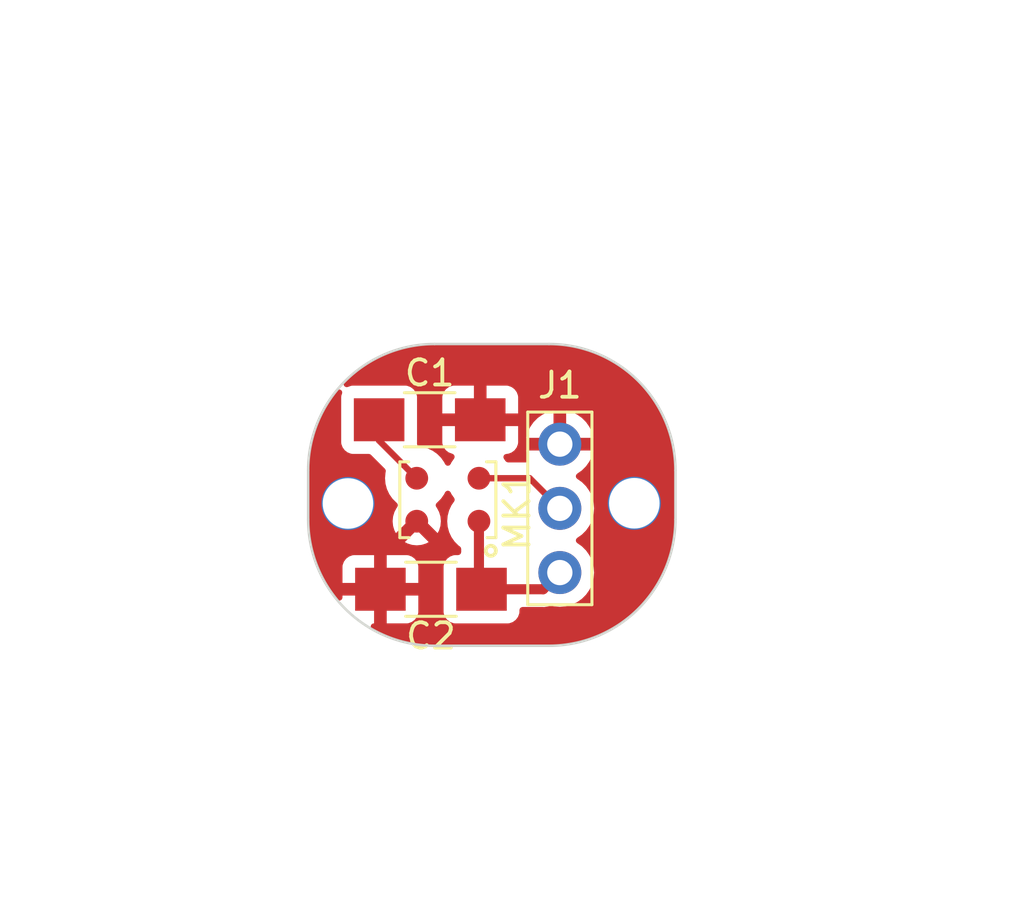
<source format=kicad_pcb>
(kicad_pcb (version 20221018) (generator pcbnew)
  (layers (0 "F.Cu" signal) (31 "B.Cu" signal) (34 "B.Paste" user) (35 "F.Paste" user) (36 "B.SilkS" user "B.Silkscreen") (37 "F.SilkS" user "F.Silkscreen") (38 "B.Mask" user) (39 "F.Mask" user) (44 "Edge.Cuts" user))
  (net 0 "")
  (net 1 "GND")
  (net 2 "Net-(J1-Pin_3)")
  (net 3 "Net-(MK1-GAIN)")
  (net 4 "Net-(J1-Pin_2)")
  (footprint "fab:Mic_MEMS_Analog_Knowles_SPU0414HR5H" (layer "F.Cu") (at 118.2008 77.1788 -90)
    (fp_text reference "MK1" (at 0.46 -2.74 90) (layer "F.SilkS"))
    (fp_text value "Mic_MEMS_Analog_SPU0414HR5H")
    (fp_line (start -1.5 -1.9) (end -1.5 -1.53) (stroke (width 0.12)) (layer "F.SilkS"))
    (fp_line (start -1.5 -1.9) (end 1.5 -1.9) (stroke (width 0.12)) (layer "F.SilkS"))
    (fp_line (start -1.5 1.9) (end -1.5 1.55) (stroke (width 0.12)) (layer "F.SilkS"))
    (fp_line (start 1.5 -1.9) (end 1.5 -1.55) (stroke (width 0.12)) (layer "F.SilkS"))
    (fp_line (start 1.5 1.9) (end -1.5 1.9) (stroke (width 0.12)) (layer "F.SilkS"))
    (fp_line (start 1.5 1.9) (end 1.5 1.54) (stroke (width 0.12)) (layer "F.SilkS"))
    (fp_circle (center 2.02 -1.7) (end 2.22 -1.7) (stroke (width 0.15)) (fill none) (layer "F.SilkS"))
    (pad "1" smd circle (at 0.85 -1.23 270) (size 0.9 0.9) (layers "F.Cu" "F.Paste" "F.Mask") (net 2 "Net-(J1-Pin_3)"))
    (pad "2" smd circle (at 0.85 1.23 270) (size 0.9 0.9) (layers "F.Cu" "F.Paste" "F.Mask") (net 1 "GND"))
    (pad "3" smd circle (at -0.85 1.23 270) (size 0.9 0.9) (layers "F.Cu" "F.Paste" "F.Mask") (net 3 "Net-(MK1-GAIN)"))
    (pad "4" smd circle (at -0.85 -1.23 270) (size 0.9 0.9) (layers "F.Cu" "F.Paste" "F.Mask") (net 4 "Net-(J1-Pin_2)"))
  )
  (footprint "fab:PinHeader_1x03_P2.54mm_Vertical_THT_D1mm" (layer "F.Cu") (at 122.6312 74.9808)
    (fp_text reference "J1" (at 0 -2.33) (layer "F.SilkS"))
    (fp_text value "Conn_PinHeader_1x03_P2.54mm_Horizontal_SMD")
    (fp_line (start -1.27 -1.27) (end -1.27 6.35) (stroke (width 0.12)) (layer "F.SilkS"))
    (fp_line (start -1.27 -1.27) (end 1.27 -1.27) (stroke (width 0.12)) (layer "F.SilkS"))
    (fp_line (start -1.27 6.35) (end 1.27 6.35) (stroke (width 0.12)) (layer "F.SilkS"))
    (fp_line (start 1.27 -1.27) (end 1.27 6.35) (stroke (width 0.12)) (layer "F.SilkS"))
    (pad "1" thru_hole oval (at 0 0) (size 1.7 1.7) (drill 1) (layers "*.Cu" "*.Mask") (net 1 "GND"))
    (pad "2" thru_hole oval (at 0 2.54) (size 1.7 1.7) (drill 1) (layers "*.Cu" "*.Mask") (net 4 "Net-(J1-Pin_2)"))
    (pad "3" thru_hole oval (at 0 5.08) (size 1.7 1.7) (drill 1) (layers "*.Cu" "*.Mask") (net 2 "Net-(J1-Pin_3)"))
  )
  (footprint "fab:C_1206" (layer "F.Cu") (at 117.4816 74.0156)
    (fp_text reference "C1" (at 0 -1.85) (layer "F.SilkS"))
    (fp_text value "C_1206")
    (fp_line (start -1 -1.07) (end 1 -1.07) (stroke (width 0.12)) (layer "F.SilkS"))
    (fp_line (start 1 1.07) (end -1 1.07) (stroke (width 0.12)) (layer "F.SilkS"))
    (pad "1" smd rect (at -2 0) (size 2 1.7) (layers "F.Cu" "F.Paste" "F.Mask") (net 3 "Net-(MK1-GAIN)"))
    (pad "2" smd rect (at 2 0) (size 2 1.7) (layers "F.Cu" "F.Paste" "F.Mask") (net 1 "GND"))
  )
  (footprint "fab:C_1206" (layer "F.Cu") (at 117.5324 80.7212 180)
    (fp_text reference "C2" (at 0 -1.85) (layer "F.SilkS"))
    (fp_text value "C_1206")
    (fp_line (start -1 -1.07) (end 1 -1.07) (stroke (width 0.12)) (layer "F.SilkS"))
    (fp_line (start 1 1.07) (end -1 1.07) (stroke (width 0.12)) (layer "F.SilkS"))
    (pad "1" smd rect (at -2 0 180) (size 2 1.7) (layers "F.Cu" "F.Paste" "F.Mask") (net 2 "Net-(J1-Pin_3)"))
    (pad "2" smd rect (at 2 0 180) (size 2 1.7) (layers "F.Cu" "F.Paste" "F.Mask") (net 1 "GND"))
  )
  (gr_arc (start 117.6744 82.9564) (mid 114.138866 81.491934) (end 112.6744 77.9564) (stroke (width 0.1)) (layer "Edge.Cuts"))
  (gr_line (start 122.2032 82.9564) (end 117.6744 82.9564) (stroke (width 0.1)) (layer "Edge.Cuts"))
  (gr_arc (start 122.2032 71.0184) (mid 125.738734 72.482866) (end 127.2032 76.0184) (stroke (width 0.1)) (layer "Edge.Cuts"))
  (gr_arc (start 112.6744 76.0184) (mid 114.138866 72.482866) (end 117.6744 71.0184) (stroke (width 0.1)) (layer "Edge.Cuts"))
  (gr_arc (start 127.2032 77.9564) (mid 125.738734 81.491934) (end 122.2032 82.9564) (stroke (width 0.1)) (layer "Edge.Cuts"))
  (gr_line (start 127.2032 76.0184) (end 127.2032 77.9564) (stroke (width 0.1)) (layer "Edge.Cuts"))
  (gr_line (start 117.6744 71.0184) (end 122.2032 71.0184) (stroke (width 0.1)) (layer "Edge.Cuts"))
  (gr_line (start 112.6744 77.9564) (end 112.6744 76.0184) (stroke (width 0.1)) (layer "Edge.Cuts"))
  (via (at 125.5776 77.3176) (size 2.1) (drill 2) (layers "F.Cu" "B.Cu") (net 1))
  (via (at 114.2492 77.3276) (size 2.1) (drill 2) (layers "F.Cu" "B.Cu") (net 1))
  (segment (start 119.4308 78.0288) (end 119.4308 80.6196) (width 0.4) (layer "F.Cu") (net 2))
  (segment (start 119.5324 80.7212) (end 121.9708 80.7212) (width 0.4) (layer "F.Cu") (net 2))
  (segment (start 119.5964 77.8632) (end 119.4308 78.0288) (width 0.4) (layer "F.Cu") (net 2))
  (segment (start 119.4308 80.6196) (end 119.5324 80.7212) (width 0.4) (layer "F.Cu") (net 2))
  (segment (start 121.9708 80.7212) (end 122.6312 80.0608) (width 0.4) (layer "F.Cu") (net 2))
  (segment (start 115.4816 74.8396) (end 116.9708 76.3288) (width 0.25) (layer "F.Cu") (net 3))
  (segment (start 115.4816 74.0156) (end 115.4816 74.8396) (width 0.25) (layer "F.Cu") (net 3))
  (segment (start 122.6312 77.5208) (end 121.4392 76.3288) (width 0.25) (layer "F.Cu") (net 4))
  (segment (start 121.4392 76.3288) (end 119.4308 76.3288) (width 0.25) (layer "F.Cu") (net 4))
  (zone (net 1) (net_name "GND") (layer "F.Cu") (connect_pads (clearance 0.5)) (min_thickness 0.25) (fill yes (thermal_gap 0.5) (thermal_bridge_width 0.5))
    (polygon (pts (xy 135.3312 72.0344) (xy 117.6528 66.1416) (xy 100.4824 75.3872) (xy 117.856 93.472) (xy 125.7808 90.17)))
  )
)
</source>
